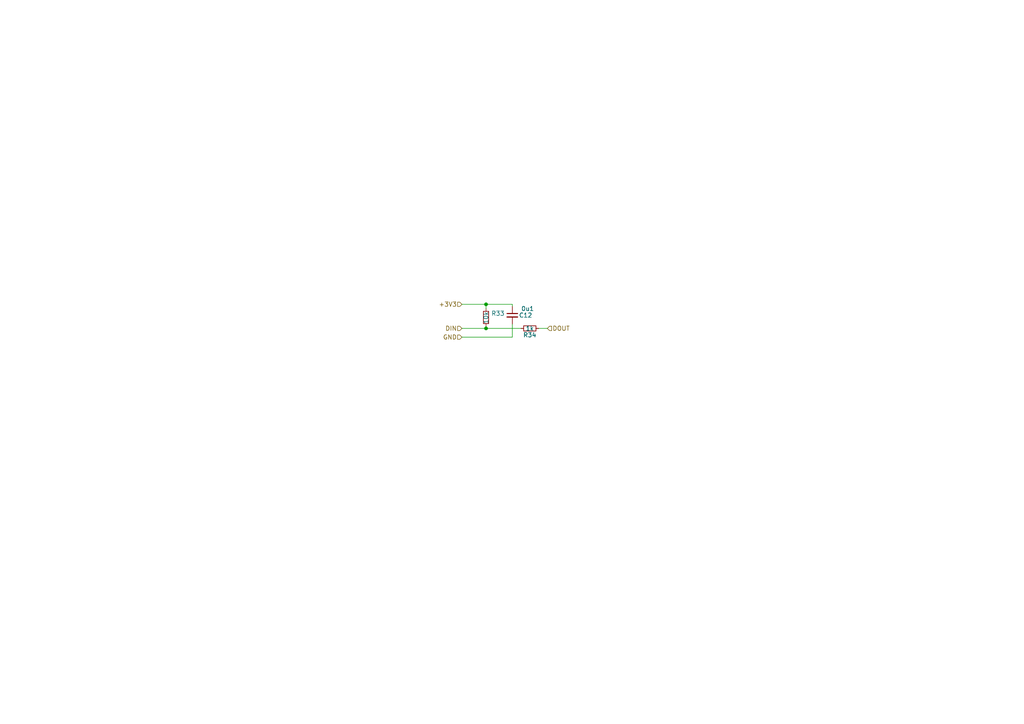
<source format=kicad_sch>
(kicad_sch (version 20211123) (generator eeschema)

  (uuid 87ad2929-02a1-465d-9a0d-12f04dc50d54)

  (paper "A4")

  (title_block
    (title "CDH_ECU")
    (date "2022-03-06")
    (rev "1.2.3")
    (company "Daniel Edwards")
    (comment 1 "Chinese Diesel Heater - modern ECU replacement")
  )

  (lib_symbols
    (symbol "Device:C_Small" (pin_numbers hide) (pin_names (offset 0.254) hide) (in_bom yes) (on_board yes)
      (property "Reference" "C" (id 0) (at 0.254 1.778 0)
        (effects (font (size 1.27 1.27)) (justify left))
      )
      (property "Value" "C_Small" (id 1) (at 0.254 -2.032 0)
        (effects (font (size 1.27 1.27)) (justify left))
      )
      (property "Footprint" "" (id 2) (at 0 0 0)
        (effects (font (size 1.27 1.27)) hide)
      )
      (property "Datasheet" "~" (id 3) (at 0 0 0)
        (effects (font (size 1.27 1.27)) hide)
      )
      (property "ki_keywords" "capacitor cap" (id 4) (at 0 0 0)
        (effects (font (size 1.27 1.27)) hide)
      )
      (property "ki_description" "Unpolarized capacitor, small symbol" (id 5) (at 0 0 0)
        (effects (font (size 1.27 1.27)) hide)
      )
      (property "ki_fp_filters" "C_*" (id 6) (at 0 0 0)
        (effects (font (size 1.27 1.27)) hide)
      )
      (symbol "C_Small_0_1"
        (polyline
          (pts
            (xy -1.524 -0.508)
            (xy 1.524 -0.508)
          )
          (stroke (width 0.3302) (type default) (color 0 0 0 0))
          (fill (type none))
        )
        (polyline
          (pts
            (xy -1.524 0.508)
            (xy 1.524 0.508)
          )
          (stroke (width 0.3048) (type default) (color 0 0 0 0))
          (fill (type none))
        )
      )
      (symbol "C_Small_1_1"
        (pin passive line (at 0 2.54 270) (length 2.032)
          (name "~" (effects (font (size 1.27 1.27))))
          (number "1" (effects (font (size 1.27 1.27))))
        )
        (pin passive line (at 0 -2.54 90) (length 2.032)
          (name "~" (effects (font (size 1.27 1.27))))
          (number "2" (effects (font (size 1.27 1.27))))
        )
      )
    )
    (symbol "Device:R_Small" (pin_numbers hide) (pin_names (offset 0.254) hide) (in_bom yes) (on_board yes)
      (property "Reference" "R" (id 0) (at 0.762 0.508 0)
        (effects (font (size 1.27 1.27)) (justify left))
      )
      (property "Value" "R_Small" (id 1) (at 0.762 -1.016 0)
        (effects (font (size 1.27 1.27)) (justify left))
      )
      (property "Footprint" "" (id 2) (at 0 0 0)
        (effects (font (size 1.27 1.27)) hide)
      )
      (property "Datasheet" "~" (id 3) (at 0 0 0)
        (effects (font (size 1.27 1.27)) hide)
      )
      (property "ki_keywords" "R resistor" (id 4) (at 0 0 0)
        (effects (font (size 1.27 1.27)) hide)
      )
      (property "ki_description" "Resistor, small symbol" (id 5) (at 0 0 0)
        (effects (font (size 1.27 1.27)) hide)
      )
      (property "ki_fp_filters" "R_*" (id 6) (at 0 0 0)
        (effects (font (size 1.27 1.27)) hide)
      )
      (symbol "R_Small_0_1"
        (rectangle (start -0.762 1.778) (end 0.762 -1.778)
          (stroke (width 0.2032) (type default) (color 0 0 0 0))
          (fill (type none))
        )
      )
      (symbol "R_Small_1_1"
        (pin passive line (at 0 2.54 270) (length 0.762)
          (name "~" (effects (font (size 1.27 1.27))))
          (number "1" (effects (font (size 1.27 1.27))))
        )
        (pin passive line (at 0 -2.54 90) (length 0.762)
          (name "~" (effects (font (size 1.27 1.27))))
          (number "2" (effects (font (size 1.27 1.27))))
        )
      )
    )
  )

  (junction (at 140.97 88.265) (diameter 0) (color 0 0 0 0)
    (uuid be84115f-d3d4-46ee-a58c-36a09da2553a)
  )
  (junction (at 140.97 95.25) (diameter 0) (color 0 0 0 0)
    (uuid c033419b-dcc5-4aa6-8856-1768ff3b9a59)
  )

  (wire (pts (xy 133.985 95.25) (xy 140.97 95.25))
    (stroke (width 0) (type default) (color 0 0 0 0))
    (uuid 7df1d3a3-16c7-46cc-a0c2-2be6fb75a798)
  )
  (wire (pts (xy 140.97 95.25) (xy 151.13 95.25))
    (stroke (width 0) (type default) (color 0 0 0 0))
    (uuid 8c41f16f-b5a4-4b06-bbe8-e75dfccaee47)
  )
  (wire (pts (xy 156.21 95.25) (xy 158.75 95.25))
    (stroke (width 0) (type default) (color 0 0 0 0))
    (uuid 958fd8af-3f76-439c-9551-31aa2262d61c)
  )
  (wire (pts (xy 140.97 94.615) (xy 140.97 95.25))
    (stroke (width 0) (type default) (color 0 0 0 0))
    (uuid 998936e4-d8b1-4409-b0c0-75a4b7f518cb)
  )
  (wire (pts (xy 133.985 88.265) (xy 140.97 88.265))
    (stroke (width 0) (type default) (color 0 0 0 0))
    (uuid a689b2b2-df27-4a4f-8ab8-317cbddd6453)
  )
  (wire (pts (xy 133.985 97.79) (xy 148.59 97.79))
    (stroke (width 0) (type default) (color 0 0 0 0))
    (uuid b1ebbb34-ba49-4905-a2b4-44881c87eb0e)
  )
  (wire (pts (xy 140.97 89.535) (xy 140.97 88.265))
    (stroke (width 0) (type default) (color 0 0 0 0))
    (uuid caf95c54-b99f-4ab0-a7e1-e2e1cc801ea3)
  )
  (wire (pts (xy 148.59 88.265) (xy 148.59 88.9))
    (stroke (width 0) (type default) (color 0 0 0 0))
    (uuid ce4c90d6-f4cc-4339-83d9-e4455e382a54)
  )
  (wire (pts (xy 140.97 88.265) (xy 148.59 88.265))
    (stroke (width 0) (type default) (color 0 0 0 0))
    (uuid d43b16b7-a697-4c54-9beb-1af7a21eec76)
  )
  (wire (pts (xy 148.59 97.79) (xy 148.59 93.98))
    (stroke (width 0) (type default) (color 0 0 0 0))
    (uuid fcb8f3d6-5bc6-45fd-a687-00f0f9e1f407)
  )

  (hierarchical_label "GND" (shape input) (at 133.985 97.79 180)
    (effects (font (size 1.27 1.27)) (justify right))
    (uuid 040b1bf4-d8e7-4002-a60e-8ea55de417a9)
  )
  (hierarchical_label "+3V3" (shape input) (at 133.985 88.265 180)
    (effects (font (size 1.27 1.27)) (justify right))
    (uuid 30fcdf3b-29a3-43a0-b34d-eca25120e09d)
  )
  (hierarchical_label "DIN" (shape input) (at 133.985 95.25 180)
    (effects (font (size 1.27 1.27)) (justify right))
    (uuid 9b6f5ed8-f117-4356-8927-ce415911dfdd)
  )
  (hierarchical_label "DOUT" (shape input) (at 158.75 95.25 0)
    (effects (font (size 1.27 1.27)) (justify left))
    (uuid e2b98172-5d27-437a-9a66-e4f10717bee7)
  )

  (symbol (lib_id "Device:R_Small") (at 140.97 92.075 0) (unit 1)
    (in_bom yes) (on_board yes)
    (uuid 701fe723-86a9-4b51-ad2f-6e40c8c7a502)
    (property "Reference" "R33" (id 0) (at 142.4686 90.9066 0)
      (effects (font (size 1.27 1.27)) (justify left))
    )
    (property "Value" "10k" (id 1) (at 140.97 93.98 90)
      (effects (font (size 1.27 1.27)) (justify left))
    )
    (property "Footprint" "Resistor_SMD:R_0805_2012Metric" (id 2) (at 140.97 92.075 0)
      (effects (font (size 1.27 1.27)) hide)
    )
    (property "Datasheet" "~" (id 3) (at 140.97 92.075 0)
      (effects (font (size 1.27 1.27)) hide)
    )
    (pin "1" (uuid 477b7477-a5e1-43a7-a535-521ead97b6d3))
    (pin "2" (uuid a2973b49-c23b-4199-807f-3f650ce2f648))
  )

  (symbol (lib_id "Device:C_Small") (at 148.59 91.44 0) (unit 1)
    (in_bom yes) (on_board yes)
    (uuid 7204d8b6-587b-4ec5-80fa-fcff2425ec2c)
    (property "Reference" "C12" (id 0) (at 150.495 91.44 0)
      (effects (font (size 1.27 1.27)) (justify left))
    )
    (property "Value" "0u1" (id 1) (at 151.13 89.535 0)
      (effects (font (size 1.27 1.27)) (justify left))
    )
    (property "Footprint" "Capacitor_SMD:C_0805_2012Metric" (id 2) (at 148.59 91.44 0)
      (effects (font (size 1.27 1.27)) hide)
    )
    (property "Datasheet" "~" (id 3) (at 148.59 91.44 0)
      (effects (font (size 1.27 1.27)) hide)
    )
    (pin "1" (uuid cfb86fbf-dcc9-40dd-bb22-0cca17ca8347))
    (pin "2" (uuid 92395a06-fa88-4634-bd5a-a6d5e0a7b3c2))
  )

  (symbol (lib_id "Device:R_Small") (at 153.67 95.25 90) (unit 1)
    (in_bom yes) (on_board yes)
    (uuid 93da70d8-54c9-48da-ae79-e46ae16404d6)
    (property "Reference" "R34" (id 0) (at 153.67 97.155 90))
    (property "Value" "1k" (id 1) (at 153.67 95.25 90))
    (property "Footprint" "Resistor_SMD:R_0805_2012Metric" (id 2) (at 153.67 95.25 0)
      (effects (font (size 1.27 1.27)) hide)
    )
    (property "Datasheet" "~" (id 3) (at 153.67 95.25 0)
      (effects (font (size 1.27 1.27)) hide)
    )
    (pin "1" (uuid 86fb2477-b408-4ee7-b96d-961c9294d45d))
    (pin "2" (uuid 1d1e13cd-9cab-4581-90a6-3221bc4a24a4))
  )
)

</source>
